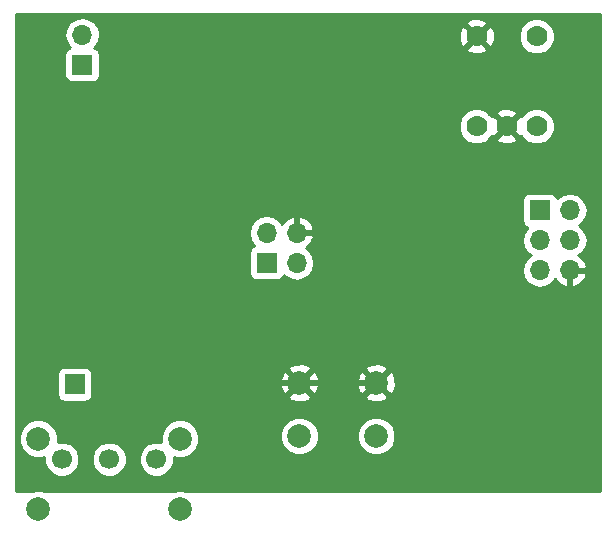
<source format=gbl>
G04 #@! TF.FileFunction,Copper,L2,Bot,Signal*
%FSLAX46Y46*%
G04 Gerber Fmt 4.6, Leading zero omitted, Abs format (unit mm)*
G04 Created by KiCad (PCBNEW 4.0.7) date 11/06/17 18:42:07*
%MOMM*%
%LPD*%
G01*
G04 APERTURE LIST*
%ADD10C,0.100000*%
%ADD11C,0.600000*%
%ADD12R,1.700000X1.700000*%
%ADD13O,1.700000X1.700000*%
%ADD14C,2.000000*%
%ADD15C,1.778000*%
%ADD16C,1.700000*%
%ADD17C,0.500000*%
%ADD18C,0.254000*%
G04 APERTURE END LIST*
D10*
D11*
X51181000Y-154432000D03*
X51181000Y-153035000D03*
X51181000Y-151511000D03*
D12*
X55626000Y-151384000D03*
D13*
X55626000Y-148844000D03*
X58166000Y-151384000D03*
X58166000Y-148844000D03*
D14*
X64897000Y-161544000D03*
X64897000Y-166044000D03*
X58397000Y-161544000D03*
X58397000Y-166044000D03*
D15*
X73406000Y-132207000D03*
X78486000Y-132207000D03*
X78486000Y-139827000D03*
X75946000Y-139827000D03*
X73406000Y-139827000D03*
D12*
X78740000Y-146939000D03*
D13*
X81280000Y-146939000D03*
X78740000Y-149479000D03*
X81280000Y-149479000D03*
X78740000Y-152019000D03*
X81280000Y-152019000D03*
D12*
X39370000Y-161671000D03*
D13*
X36830000Y-161671000D03*
D12*
X40005000Y-134620000D03*
D13*
X40005000Y-132080000D03*
D14*
X36291000Y-166271000D03*
X48291000Y-166271000D03*
X48291000Y-172271000D03*
X36291000Y-172271000D03*
D16*
X38291000Y-168021000D03*
X42291000Y-168021000D03*
X46291000Y-168021000D03*
D11*
X43053000Y-137414000D03*
X74074092Y-167860908D03*
X61275000Y-132273000D03*
X74930000Y-151638000D03*
X68707000Y-157988000D03*
X41783000Y-147447000D03*
D17*
X42501736Y-137287000D02*
X41783000Y-137287000D01*
X43053000Y-137414000D02*
X42628736Y-137414000D01*
X42628736Y-137414000D02*
X42501736Y-137287000D01*
X41783000Y-147447000D02*
X45847000Y-151511000D01*
X45847000Y-151511000D02*
X51181000Y-151511000D01*
X56982787Y-161544000D02*
X52197000Y-161544000D01*
X58397000Y-161544000D02*
X56982787Y-161544000D01*
X58397000Y-161544000D02*
X64897000Y-161544000D01*
D18*
G36*
X83820000Y-170688000D02*
X48742194Y-170688000D01*
X48617648Y-170636284D01*
X47967205Y-170635716D01*
X47840668Y-170688000D01*
X36742194Y-170688000D01*
X36617648Y-170636284D01*
X35967205Y-170635716D01*
X35840668Y-170688000D01*
X34417000Y-170688000D01*
X34417000Y-166594795D01*
X34655716Y-166594795D01*
X34904106Y-167195943D01*
X35363637Y-167656278D01*
X35964352Y-167905716D01*
X36614795Y-167906284D01*
X36806168Y-167827210D01*
X36805743Y-168315089D01*
X37031344Y-168861086D01*
X37448717Y-169279188D01*
X37994319Y-169505742D01*
X38585089Y-169506257D01*
X39131086Y-169280656D01*
X39549188Y-168863283D01*
X39775742Y-168317681D01*
X39775744Y-168315089D01*
X40805743Y-168315089D01*
X41031344Y-168861086D01*
X41448717Y-169279188D01*
X41994319Y-169505742D01*
X42585089Y-169506257D01*
X43131086Y-169280656D01*
X43549188Y-168863283D01*
X43775742Y-168317681D01*
X43775744Y-168315089D01*
X44805743Y-168315089D01*
X45031344Y-168861086D01*
X45448717Y-169279188D01*
X45994319Y-169505742D01*
X46585089Y-169506257D01*
X47131086Y-169280656D01*
X47549188Y-168863283D01*
X47775742Y-168317681D01*
X47776169Y-167827576D01*
X47964352Y-167905716D01*
X48614795Y-167906284D01*
X49215943Y-167657894D01*
X49676278Y-167198363D01*
X49925716Y-166597648D01*
X49925916Y-166367795D01*
X56761716Y-166367795D01*
X57010106Y-166968943D01*
X57469637Y-167429278D01*
X58070352Y-167678716D01*
X58720795Y-167679284D01*
X59321943Y-167430894D01*
X59782278Y-166971363D01*
X60031716Y-166370648D01*
X60031718Y-166367795D01*
X63261716Y-166367795D01*
X63510106Y-166968943D01*
X63969637Y-167429278D01*
X64570352Y-167678716D01*
X65220795Y-167679284D01*
X65821943Y-167430894D01*
X66282278Y-166971363D01*
X66531716Y-166370648D01*
X66532284Y-165720205D01*
X66283894Y-165119057D01*
X65824363Y-164658722D01*
X65223648Y-164409284D01*
X64573205Y-164408716D01*
X63972057Y-164657106D01*
X63511722Y-165116637D01*
X63262284Y-165717352D01*
X63261716Y-166367795D01*
X60031718Y-166367795D01*
X60032284Y-165720205D01*
X59783894Y-165119057D01*
X59324363Y-164658722D01*
X58723648Y-164409284D01*
X58073205Y-164408716D01*
X57472057Y-164657106D01*
X57011722Y-165116637D01*
X56762284Y-165717352D01*
X56761716Y-166367795D01*
X49925916Y-166367795D01*
X49926284Y-165947205D01*
X49677894Y-165346057D01*
X49218363Y-164885722D01*
X48617648Y-164636284D01*
X47967205Y-164635716D01*
X47366057Y-164884106D01*
X46905722Y-165343637D01*
X46656284Y-165944352D01*
X46655742Y-166564520D01*
X46587681Y-166536258D01*
X45996911Y-166535743D01*
X45450914Y-166761344D01*
X45032812Y-167178717D01*
X44806258Y-167724319D01*
X44805743Y-168315089D01*
X43775744Y-168315089D01*
X43776257Y-167726911D01*
X43550656Y-167180914D01*
X43133283Y-166762812D01*
X42587681Y-166536258D01*
X41996911Y-166535743D01*
X41450914Y-166761344D01*
X41032812Y-167178717D01*
X40806258Y-167724319D01*
X40805743Y-168315089D01*
X39775744Y-168315089D01*
X39776257Y-167726911D01*
X39550656Y-167180914D01*
X39133283Y-166762812D01*
X38587681Y-166536258D01*
X37996911Y-166535743D01*
X37925744Y-166565148D01*
X37926284Y-165947205D01*
X37677894Y-165346057D01*
X37218363Y-164885722D01*
X36617648Y-164636284D01*
X35967205Y-164635716D01*
X35366057Y-164884106D01*
X34905722Y-165343637D01*
X34656284Y-165944352D01*
X34655716Y-166594795D01*
X34417000Y-166594795D01*
X34417000Y-160821000D01*
X37872560Y-160821000D01*
X37872560Y-162521000D01*
X37916838Y-162756317D01*
X38055910Y-162972441D01*
X38268110Y-163117431D01*
X38520000Y-163168440D01*
X40220000Y-163168440D01*
X40455317Y-163124162D01*
X40671441Y-162985090D01*
X40816431Y-162772890D01*
X40831893Y-162696532D01*
X57424073Y-162696532D01*
X57522736Y-162963387D01*
X58132461Y-163189908D01*
X58782460Y-163165856D01*
X59271264Y-162963387D01*
X59369927Y-162696532D01*
X63924073Y-162696532D01*
X64022736Y-162963387D01*
X64632461Y-163189908D01*
X65282460Y-163165856D01*
X65771264Y-162963387D01*
X65869927Y-162696532D01*
X64897000Y-161723605D01*
X63924073Y-162696532D01*
X59369927Y-162696532D01*
X58397000Y-161723605D01*
X57424073Y-162696532D01*
X40831893Y-162696532D01*
X40867440Y-162521000D01*
X40867440Y-161279461D01*
X56751092Y-161279461D01*
X56775144Y-161929460D01*
X56977613Y-162418264D01*
X57244468Y-162516927D01*
X58217395Y-161544000D01*
X58576605Y-161544000D01*
X59549532Y-162516927D01*
X59816387Y-162418264D01*
X60042908Y-161808539D01*
X60023331Y-161279461D01*
X63251092Y-161279461D01*
X63275144Y-161929460D01*
X63477613Y-162418264D01*
X63744468Y-162516927D01*
X64717395Y-161544000D01*
X65076605Y-161544000D01*
X66049532Y-162516927D01*
X66316387Y-162418264D01*
X66542908Y-161808539D01*
X66518856Y-161158540D01*
X66316387Y-160669736D01*
X66049532Y-160571073D01*
X65076605Y-161544000D01*
X64717395Y-161544000D01*
X63744468Y-160571073D01*
X63477613Y-160669736D01*
X63251092Y-161279461D01*
X60023331Y-161279461D01*
X60018856Y-161158540D01*
X59816387Y-160669736D01*
X59549532Y-160571073D01*
X58576605Y-161544000D01*
X58217395Y-161544000D01*
X57244468Y-160571073D01*
X56977613Y-160669736D01*
X56751092Y-161279461D01*
X40867440Y-161279461D01*
X40867440Y-160821000D01*
X40823162Y-160585683D01*
X40698189Y-160391468D01*
X57424073Y-160391468D01*
X58397000Y-161364395D01*
X59369927Y-160391468D01*
X63924073Y-160391468D01*
X64897000Y-161364395D01*
X65869927Y-160391468D01*
X65771264Y-160124613D01*
X65161539Y-159898092D01*
X64511540Y-159922144D01*
X64022736Y-160124613D01*
X63924073Y-160391468D01*
X59369927Y-160391468D01*
X59271264Y-160124613D01*
X58661539Y-159898092D01*
X58011540Y-159922144D01*
X57522736Y-160124613D01*
X57424073Y-160391468D01*
X40698189Y-160391468D01*
X40684090Y-160369559D01*
X40471890Y-160224569D01*
X40220000Y-160173560D01*
X38520000Y-160173560D01*
X38284683Y-160217838D01*
X38068559Y-160356910D01*
X37923569Y-160569110D01*
X37872560Y-160821000D01*
X34417000Y-160821000D01*
X34417000Y-150534000D01*
X54128560Y-150534000D01*
X54128560Y-152234000D01*
X54172838Y-152469317D01*
X54311910Y-152685441D01*
X54524110Y-152830431D01*
X54776000Y-152881440D01*
X56476000Y-152881440D01*
X56711317Y-152837162D01*
X56927441Y-152698090D01*
X57072431Y-152485890D01*
X57086086Y-152418459D01*
X57115946Y-152463147D01*
X57597715Y-152785054D01*
X58166000Y-152898093D01*
X58734285Y-152785054D01*
X59216054Y-152463147D01*
X59537961Y-151981378D01*
X59651000Y-151413093D01*
X59651000Y-151354907D01*
X59537961Y-150786622D01*
X59216054Y-150304853D01*
X58932899Y-150115655D01*
X58932924Y-150115645D01*
X59361183Y-149725358D01*
X59476879Y-149479000D01*
X77225907Y-149479000D01*
X77338946Y-150047285D01*
X77660853Y-150529054D01*
X77990026Y-150749000D01*
X77660853Y-150968946D01*
X77338946Y-151450715D01*
X77225907Y-152019000D01*
X77338946Y-152587285D01*
X77660853Y-153069054D01*
X78142622Y-153390961D01*
X78710907Y-153504000D01*
X78769093Y-153504000D01*
X79337378Y-153390961D01*
X79819147Y-153069054D01*
X80008345Y-152785899D01*
X80008355Y-152785924D01*
X80398642Y-153214183D01*
X80923108Y-153460486D01*
X81153000Y-153339819D01*
X81153000Y-152146000D01*
X81407000Y-152146000D01*
X81407000Y-153339819D01*
X81636892Y-153460486D01*
X82161358Y-153214183D01*
X82551645Y-152785924D01*
X82721476Y-152375890D01*
X82600155Y-152146000D01*
X81407000Y-152146000D01*
X81153000Y-152146000D01*
X81133000Y-152146000D01*
X81133000Y-151892000D01*
X81153000Y-151892000D01*
X81153000Y-151872000D01*
X81407000Y-151872000D01*
X81407000Y-151892000D01*
X82600155Y-151892000D01*
X82721476Y-151662110D01*
X82551645Y-151252076D01*
X82161358Y-150823817D01*
X82018447Y-150756702D01*
X82359147Y-150529054D01*
X82681054Y-150047285D01*
X82794093Y-149479000D01*
X82681054Y-148910715D01*
X82359147Y-148428946D01*
X82029974Y-148209000D01*
X82359147Y-147989054D01*
X82681054Y-147507285D01*
X82794093Y-146939000D01*
X82681054Y-146370715D01*
X82359147Y-145888946D01*
X81877378Y-145567039D01*
X81309093Y-145454000D01*
X81250907Y-145454000D01*
X80682622Y-145567039D01*
X80200853Y-145888946D01*
X80200029Y-145890179D01*
X80193162Y-145853683D01*
X80054090Y-145637559D01*
X79841890Y-145492569D01*
X79590000Y-145441560D01*
X77890000Y-145441560D01*
X77654683Y-145485838D01*
X77438559Y-145624910D01*
X77293569Y-145837110D01*
X77242560Y-146089000D01*
X77242560Y-147789000D01*
X77286838Y-148024317D01*
X77425910Y-148240441D01*
X77638110Y-148385431D01*
X77705541Y-148399086D01*
X77660853Y-148428946D01*
X77338946Y-148910715D01*
X77225907Y-149479000D01*
X59476879Y-149479000D01*
X59607486Y-149200892D01*
X59486819Y-148971000D01*
X58293000Y-148971000D01*
X58293000Y-148991000D01*
X58039000Y-148991000D01*
X58039000Y-148971000D01*
X58019000Y-148971000D01*
X58019000Y-148717000D01*
X58039000Y-148717000D01*
X58039000Y-147523845D01*
X58293000Y-147523845D01*
X58293000Y-148717000D01*
X59486819Y-148717000D01*
X59607486Y-148487108D01*
X59361183Y-147962642D01*
X58932924Y-147572355D01*
X58522890Y-147402524D01*
X58293000Y-147523845D01*
X58039000Y-147523845D01*
X57809110Y-147402524D01*
X57399076Y-147572355D01*
X56970817Y-147962642D01*
X56903702Y-148105553D01*
X56676054Y-147764853D01*
X56194285Y-147442946D01*
X55626000Y-147329907D01*
X55057715Y-147442946D01*
X54575946Y-147764853D01*
X54254039Y-148246622D01*
X54141000Y-148814907D01*
X54141000Y-148873093D01*
X54254039Y-149441378D01*
X54575946Y-149923147D01*
X54577179Y-149923971D01*
X54540683Y-149930838D01*
X54324559Y-150069910D01*
X54179569Y-150282110D01*
X54128560Y-150534000D01*
X34417000Y-150534000D01*
X34417000Y-140128812D01*
X71881736Y-140128812D01*
X72113262Y-140689149D01*
X72541596Y-141118231D01*
X73101528Y-141350735D01*
X73707812Y-141351264D01*
X74268149Y-141119738D01*
X74489076Y-140899196D01*
X75053409Y-140899196D01*
X75138467Y-141154539D01*
X75707965Y-141362516D01*
X76313700Y-141336723D01*
X76753533Y-141154539D01*
X76838591Y-140899196D01*
X75946000Y-140006605D01*
X75053409Y-140899196D01*
X74489076Y-140899196D01*
X74697231Y-140691404D01*
X74708405Y-140664494D01*
X74873804Y-140719591D01*
X75766395Y-139827000D01*
X76125605Y-139827000D01*
X77018196Y-140719591D01*
X77183138Y-140664647D01*
X77193262Y-140689149D01*
X77621596Y-141118231D01*
X78181528Y-141350735D01*
X78787812Y-141351264D01*
X79348149Y-141119738D01*
X79777231Y-140691404D01*
X80009735Y-140131472D01*
X80010264Y-139525188D01*
X79778738Y-138964851D01*
X79350404Y-138535769D01*
X78790472Y-138303265D01*
X78184188Y-138302736D01*
X77623851Y-138534262D01*
X77194769Y-138962596D01*
X77183595Y-138989506D01*
X77018196Y-138934409D01*
X76125605Y-139827000D01*
X75766395Y-139827000D01*
X74873804Y-138934409D01*
X74708862Y-138989353D01*
X74698738Y-138964851D01*
X74489058Y-138754804D01*
X75053409Y-138754804D01*
X75946000Y-139647395D01*
X76838591Y-138754804D01*
X76753533Y-138499461D01*
X76184035Y-138291484D01*
X75578300Y-138317277D01*
X75138467Y-138499461D01*
X75053409Y-138754804D01*
X74489058Y-138754804D01*
X74270404Y-138535769D01*
X73710472Y-138303265D01*
X73104188Y-138302736D01*
X72543851Y-138534262D01*
X72114769Y-138962596D01*
X71882265Y-139522528D01*
X71881736Y-140128812D01*
X34417000Y-140128812D01*
X34417000Y-132080000D01*
X38490907Y-132080000D01*
X38603946Y-132648285D01*
X38925853Y-133130054D01*
X38967452Y-133157850D01*
X38919683Y-133166838D01*
X38703559Y-133305910D01*
X38558569Y-133518110D01*
X38507560Y-133770000D01*
X38507560Y-135470000D01*
X38551838Y-135705317D01*
X38690910Y-135921441D01*
X38903110Y-136066431D01*
X39155000Y-136117440D01*
X40855000Y-136117440D01*
X41090317Y-136073162D01*
X41306441Y-135934090D01*
X41451431Y-135721890D01*
X41502440Y-135470000D01*
X41502440Y-133770000D01*
X41458162Y-133534683D01*
X41319090Y-133318559D01*
X41261481Y-133279196D01*
X72513409Y-133279196D01*
X72598467Y-133534539D01*
X73167965Y-133742516D01*
X73773700Y-133716723D01*
X74213533Y-133534539D01*
X74298591Y-133279196D01*
X73406000Y-132386605D01*
X72513409Y-133279196D01*
X41261481Y-133279196D01*
X41106890Y-133173569D01*
X41039459Y-133159914D01*
X41084147Y-133130054D01*
X41406054Y-132648285D01*
X41519093Y-132080000D01*
X41497007Y-131968965D01*
X71870484Y-131968965D01*
X71896277Y-132574700D01*
X72078461Y-133014533D01*
X72333804Y-133099591D01*
X73226395Y-132207000D01*
X73585605Y-132207000D01*
X74478196Y-133099591D01*
X74733539Y-133014533D01*
X74918225Y-132508812D01*
X76961736Y-132508812D01*
X77193262Y-133069149D01*
X77621596Y-133498231D01*
X78181528Y-133730735D01*
X78787812Y-133731264D01*
X79348149Y-133499738D01*
X79777231Y-133071404D01*
X80009735Y-132511472D01*
X80010264Y-131905188D01*
X79778738Y-131344851D01*
X79350404Y-130915769D01*
X78790472Y-130683265D01*
X78184188Y-130682736D01*
X77623851Y-130914262D01*
X77194769Y-131342596D01*
X76962265Y-131902528D01*
X76961736Y-132508812D01*
X74918225Y-132508812D01*
X74941516Y-132445035D01*
X74915723Y-131839300D01*
X74733539Y-131399467D01*
X74478196Y-131314409D01*
X73585605Y-132207000D01*
X73226395Y-132207000D01*
X72333804Y-131314409D01*
X72078461Y-131399467D01*
X71870484Y-131968965D01*
X41497007Y-131968965D01*
X41406054Y-131511715D01*
X41154211Y-131134804D01*
X72513409Y-131134804D01*
X73406000Y-132027395D01*
X74298591Y-131134804D01*
X74213533Y-130879461D01*
X73644035Y-130671484D01*
X73038300Y-130697277D01*
X72598467Y-130879461D01*
X72513409Y-131134804D01*
X41154211Y-131134804D01*
X41084147Y-131029946D01*
X40602378Y-130708039D01*
X40034093Y-130595000D01*
X39975907Y-130595000D01*
X39407622Y-130708039D01*
X38925853Y-131029946D01*
X38603946Y-131511715D01*
X38490907Y-132080000D01*
X34417000Y-132080000D01*
X34417000Y-130302000D01*
X83820000Y-130302000D01*
X83820000Y-170688000D01*
X83820000Y-170688000D01*
G37*
X83820000Y-170688000D02*
X48742194Y-170688000D01*
X48617648Y-170636284D01*
X47967205Y-170635716D01*
X47840668Y-170688000D01*
X36742194Y-170688000D01*
X36617648Y-170636284D01*
X35967205Y-170635716D01*
X35840668Y-170688000D01*
X34417000Y-170688000D01*
X34417000Y-166594795D01*
X34655716Y-166594795D01*
X34904106Y-167195943D01*
X35363637Y-167656278D01*
X35964352Y-167905716D01*
X36614795Y-167906284D01*
X36806168Y-167827210D01*
X36805743Y-168315089D01*
X37031344Y-168861086D01*
X37448717Y-169279188D01*
X37994319Y-169505742D01*
X38585089Y-169506257D01*
X39131086Y-169280656D01*
X39549188Y-168863283D01*
X39775742Y-168317681D01*
X39775744Y-168315089D01*
X40805743Y-168315089D01*
X41031344Y-168861086D01*
X41448717Y-169279188D01*
X41994319Y-169505742D01*
X42585089Y-169506257D01*
X43131086Y-169280656D01*
X43549188Y-168863283D01*
X43775742Y-168317681D01*
X43775744Y-168315089D01*
X44805743Y-168315089D01*
X45031344Y-168861086D01*
X45448717Y-169279188D01*
X45994319Y-169505742D01*
X46585089Y-169506257D01*
X47131086Y-169280656D01*
X47549188Y-168863283D01*
X47775742Y-168317681D01*
X47776169Y-167827576D01*
X47964352Y-167905716D01*
X48614795Y-167906284D01*
X49215943Y-167657894D01*
X49676278Y-167198363D01*
X49925716Y-166597648D01*
X49925916Y-166367795D01*
X56761716Y-166367795D01*
X57010106Y-166968943D01*
X57469637Y-167429278D01*
X58070352Y-167678716D01*
X58720795Y-167679284D01*
X59321943Y-167430894D01*
X59782278Y-166971363D01*
X60031716Y-166370648D01*
X60031718Y-166367795D01*
X63261716Y-166367795D01*
X63510106Y-166968943D01*
X63969637Y-167429278D01*
X64570352Y-167678716D01*
X65220795Y-167679284D01*
X65821943Y-167430894D01*
X66282278Y-166971363D01*
X66531716Y-166370648D01*
X66532284Y-165720205D01*
X66283894Y-165119057D01*
X65824363Y-164658722D01*
X65223648Y-164409284D01*
X64573205Y-164408716D01*
X63972057Y-164657106D01*
X63511722Y-165116637D01*
X63262284Y-165717352D01*
X63261716Y-166367795D01*
X60031718Y-166367795D01*
X60032284Y-165720205D01*
X59783894Y-165119057D01*
X59324363Y-164658722D01*
X58723648Y-164409284D01*
X58073205Y-164408716D01*
X57472057Y-164657106D01*
X57011722Y-165116637D01*
X56762284Y-165717352D01*
X56761716Y-166367795D01*
X49925916Y-166367795D01*
X49926284Y-165947205D01*
X49677894Y-165346057D01*
X49218363Y-164885722D01*
X48617648Y-164636284D01*
X47967205Y-164635716D01*
X47366057Y-164884106D01*
X46905722Y-165343637D01*
X46656284Y-165944352D01*
X46655742Y-166564520D01*
X46587681Y-166536258D01*
X45996911Y-166535743D01*
X45450914Y-166761344D01*
X45032812Y-167178717D01*
X44806258Y-167724319D01*
X44805743Y-168315089D01*
X43775744Y-168315089D01*
X43776257Y-167726911D01*
X43550656Y-167180914D01*
X43133283Y-166762812D01*
X42587681Y-166536258D01*
X41996911Y-166535743D01*
X41450914Y-166761344D01*
X41032812Y-167178717D01*
X40806258Y-167724319D01*
X40805743Y-168315089D01*
X39775744Y-168315089D01*
X39776257Y-167726911D01*
X39550656Y-167180914D01*
X39133283Y-166762812D01*
X38587681Y-166536258D01*
X37996911Y-166535743D01*
X37925744Y-166565148D01*
X37926284Y-165947205D01*
X37677894Y-165346057D01*
X37218363Y-164885722D01*
X36617648Y-164636284D01*
X35967205Y-164635716D01*
X35366057Y-164884106D01*
X34905722Y-165343637D01*
X34656284Y-165944352D01*
X34655716Y-166594795D01*
X34417000Y-166594795D01*
X34417000Y-160821000D01*
X37872560Y-160821000D01*
X37872560Y-162521000D01*
X37916838Y-162756317D01*
X38055910Y-162972441D01*
X38268110Y-163117431D01*
X38520000Y-163168440D01*
X40220000Y-163168440D01*
X40455317Y-163124162D01*
X40671441Y-162985090D01*
X40816431Y-162772890D01*
X40831893Y-162696532D01*
X57424073Y-162696532D01*
X57522736Y-162963387D01*
X58132461Y-163189908D01*
X58782460Y-163165856D01*
X59271264Y-162963387D01*
X59369927Y-162696532D01*
X63924073Y-162696532D01*
X64022736Y-162963387D01*
X64632461Y-163189908D01*
X65282460Y-163165856D01*
X65771264Y-162963387D01*
X65869927Y-162696532D01*
X64897000Y-161723605D01*
X63924073Y-162696532D01*
X59369927Y-162696532D01*
X58397000Y-161723605D01*
X57424073Y-162696532D01*
X40831893Y-162696532D01*
X40867440Y-162521000D01*
X40867440Y-161279461D01*
X56751092Y-161279461D01*
X56775144Y-161929460D01*
X56977613Y-162418264D01*
X57244468Y-162516927D01*
X58217395Y-161544000D01*
X58576605Y-161544000D01*
X59549532Y-162516927D01*
X59816387Y-162418264D01*
X60042908Y-161808539D01*
X60023331Y-161279461D01*
X63251092Y-161279461D01*
X63275144Y-161929460D01*
X63477613Y-162418264D01*
X63744468Y-162516927D01*
X64717395Y-161544000D01*
X65076605Y-161544000D01*
X66049532Y-162516927D01*
X66316387Y-162418264D01*
X66542908Y-161808539D01*
X66518856Y-161158540D01*
X66316387Y-160669736D01*
X66049532Y-160571073D01*
X65076605Y-161544000D01*
X64717395Y-161544000D01*
X63744468Y-160571073D01*
X63477613Y-160669736D01*
X63251092Y-161279461D01*
X60023331Y-161279461D01*
X60018856Y-161158540D01*
X59816387Y-160669736D01*
X59549532Y-160571073D01*
X58576605Y-161544000D01*
X58217395Y-161544000D01*
X57244468Y-160571073D01*
X56977613Y-160669736D01*
X56751092Y-161279461D01*
X40867440Y-161279461D01*
X40867440Y-160821000D01*
X40823162Y-160585683D01*
X40698189Y-160391468D01*
X57424073Y-160391468D01*
X58397000Y-161364395D01*
X59369927Y-160391468D01*
X63924073Y-160391468D01*
X64897000Y-161364395D01*
X65869927Y-160391468D01*
X65771264Y-160124613D01*
X65161539Y-159898092D01*
X64511540Y-159922144D01*
X64022736Y-160124613D01*
X63924073Y-160391468D01*
X59369927Y-160391468D01*
X59271264Y-160124613D01*
X58661539Y-159898092D01*
X58011540Y-159922144D01*
X57522736Y-160124613D01*
X57424073Y-160391468D01*
X40698189Y-160391468D01*
X40684090Y-160369559D01*
X40471890Y-160224569D01*
X40220000Y-160173560D01*
X38520000Y-160173560D01*
X38284683Y-160217838D01*
X38068559Y-160356910D01*
X37923569Y-160569110D01*
X37872560Y-160821000D01*
X34417000Y-160821000D01*
X34417000Y-150534000D01*
X54128560Y-150534000D01*
X54128560Y-152234000D01*
X54172838Y-152469317D01*
X54311910Y-152685441D01*
X54524110Y-152830431D01*
X54776000Y-152881440D01*
X56476000Y-152881440D01*
X56711317Y-152837162D01*
X56927441Y-152698090D01*
X57072431Y-152485890D01*
X57086086Y-152418459D01*
X57115946Y-152463147D01*
X57597715Y-152785054D01*
X58166000Y-152898093D01*
X58734285Y-152785054D01*
X59216054Y-152463147D01*
X59537961Y-151981378D01*
X59651000Y-151413093D01*
X59651000Y-151354907D01*
X59537961Y-150786622D01*
X59216054Y-150304853D01*
X58932899Y-150115655D01*
X58932924Y-150115645D01*
X59361183Y-149725358D01*
X59476879Y-149479000D01*
X77225907Y-149479000D01*
X77338946Y-150047285D01*
X77660853Y-150529054D01*
X77990026Y-150749000D01*
X77660853Y-150968946D01*
X77338946Y-151450715D01*
X77225907Y-152019000D01*
X77338946Y-152587285D01*
X77660853Y-153069054D01*
X78142622Y-153390961D01*
X78710907Y-153504000D01*
X78769093Y-153504000D01*
X79337378Y-153390961D01*
X79819147Y-153069054D01*
X80008345Y-152785899D01*
X80008355Y-152785924D01*
X80398642Y-153214183D01*
X80923108Y-153460486D01*
X81153000Y-153339819D01*
X81153000Y-152146000D01*
X81407000Y-152146000D01*
X81407000Y-153339819D01*
X81636892Y-153460486D01*
X82161358Y-153214183D01*
X82551645Y-152785924D01*
X82721476Y-152375890D01*
X82600155Y-152146000D01*
X81407000Y-152146000D01*
X81153000Y-152146000D01*
X81133000Y-152146000D01*
X81133000Y-151892000D01*
X81153000Y-151892000D01*
X81153000Y-151872000D01*
X81407000Y-151872000D01*
X81407000Y-151892000D01*
X82600155Y-151892000D01*
X82721476Y-151662110D01*
X82551645Y-151252076D01*
X82161358Y-150823817D01*
X82018447Y-150756702D01*
X82359147Y-150529054D01*
X82681054Y-150047285D01*
X82794093Y-149479000D01*
X82681054Y-148910715D01*
X82359147Y-148428946D01*
X82029974Y-148209000D01*
X82359147Y-147989054D01*
X82681054Y-147507285D01*
X82794093Y-146939000D01*
X82681054Y-146370715D01*
X82359147Y-145888946D01*
X81877378Y-145567039D01*
X81309093Y-145454000D01*
X81250907Y-145454000D01*
X80682622Y-145567039D01*
X80200853Y-145888946D01*
X80200029Y-145890179D01*
X80193162Y-145853683D01*
X80054090Y-145637559D01*
X79841890Y-145492569D01*
X79590000Y-145441560D01*
X77890000Y-145441560D01*
X77654683Y-145485838D01*
X77438559Y-145624910D01*
X77293569Y-145837110D01*
X77242560Y-146089000D01*
X77242560Y-147789000D01*
X77286838Y-148024317D01*
X77425910Y-148240441D01*
X77638110Y-148385431D01*
X77705541Y-148399086D01*
X77660853Y-148428946D01*
X77338946Y-148910715D01*
X77225907Y-149479000D01*
X59476879Y-149479000D01*
X59607486Y-149200892D01*
X59486819Y-148971000D01*
X58293000Y-148971000D01*
X58293000Y-148991000D01*
X58039000Y-148991000D01*
X58039000Y-148971000D01*
X58019000Y-148971000D01*
X58019000Y-148717000D01*
X58039000Y-148717000D01*
X58039000Y-147523845D01*
X58293000Y-147523845D01*
X58293000Y-148717000D01*
X59486819Y-148717000D01*
X59607486Y-148487108D01*
X59361183Y-147962642D01*
X58932924Y-147572355D01*
X58522890Y-147402524D01*
X58293000Y-147523845D01*
X58039000Y-147523845D01*
X57809110Y-147402524D01*
X57399076Y-147572355D01*
X56970817Y-147962642D01*
X56903702Y-148105553D01*
X56676054Y-147764853D01*
X56194285Y-147442946D01*
X55626000Y-147329907D01*
X55057715Y-147442946D01*
X54575946Y-147764853D01*
X54254039Y-148246622D01*
X54141000Y-148814907D01*
X54141000Y-148873093D01*
X54254039Y-149441378D01*
X54575946Y-149923147D01*
X54577179Y-149923971D01*
X54540683Y-149930838D01*
X54324559Y-150069910D01*
X54179569Y-150282110D01*
X54128560Y-150534000D01*
X34417000Y-150534000D01*
X34417000Y-140128812D01*
X71881736Y-140128812D01*
X72113262Y-140689149D01*
X72541596Y-141118231D01*
X73101528Y-141350735D01*
X73707812Y-141351264D01*
X74268149Y-141119738D01*
X74489076Y-140899196D01*
X75053409Y-140899196D01*
X75138467Y-141154539D01*
X75707965Y-141362516D01*
X76313700Y-141336723D01*
X76753533Y-141154539D01*
X76838591Y-140899196D01*
X75946000Y-140006605D01*
X75053409Y-140899196D01*
X74489076Y-140899196D01*
X74697231Y-140691404D01*
X74708405Y-140664494D01*
X74873804Y-140719591D01*
X75766395Y-139827000D01*
X76125605Y-139827000D01*
X77018196Y-140719591D01*
X77183138Y-140664647D01*
X77193262Y-140689149D01*
X77621596Y-141118231D01*
X78181528Y-141350735D01*
X78787812Y-141351264D01*
X79348149Y-141119738D01*
X79777231Y-140691404D01*
X80009735Y-140131472D01*
X80010264Y-139525188D01*
X79778738Y-138964851D01*
X79350404Y-138535769D01*
X78790472Y-138303265D01*
X78184188Y-138302736D01*
X77623851Y-138534262D01*
X77194769Y-138962596D01*
X77183595Y-138989506D01*
X77018196Y-138934409D01*
X76125605Y-139827000D01*
X75766395Y-139827000D01*
X74873804Y-138934409D01*
X74708862Y-138989353D01*
X74698738Y-138964851D01*
X74489058Y-138754804D01*
X75053409Y-138754804D01*
X75946000Y-139647395D01*
X76838591Y-138754804D01*
X76753533Y-138499461D01*
X76184035Y-138291484D01*
X75578300Y-138317277D01*
X75138467Y-138499461D01*
X75053409Y-138754804D01*
X74489058Y-138754804D01*
X74270404Y-138535769D01*
X73710472Y-138303265D01*
X73104188Y-138302736D01*
X72543851Y-138534262D01*
X72114769Y-138962596D01*
X71882265Y-139522528D01*
X71881736Y-140128812D01*
X34417000Y-140128812D01*
X34417000Y-132080000D01*
X38490907Y-132080000D01*
X38603946Y-132648285D01*
X38925853Y-133130054D01*
X38967452Y-133157850D01*
X38919683Y-133166838D01*
X38703559Y-133305910D01*
X38558569Y-133518110D01*
X38507560Y-133770000D01*
X38507560Y-135470000D01*
X38551838Y-135705317D01*
X38690910Y-135921441D01*
X38903110Y-136066431D01*
X39155000Y-136117440D01*
X40855000Y-136117440D01*
X41090317Y-136073162D01*
X41306441Y-135934090D01*
X41451431Y-135721890D01*
X41502440Y-135470000D01*
X41502440Y-133770000D01*
X41458162Y-133534683D01*
X41319090Y-133318559D01*
X41261481Y-133279196D01*
X72513409Y-133279196D01*
X72598467Y-133534539D01*
X73167965Y-133742516D01*
X73773700Y-133716723D01*
X74213533Y-133534539D01*
X74298591Y-133279196D01*
X73406000Y-132386605D01*
X72513409Y-133279196D01*
X41261481Y-133279196D01*
X41106890Y-133173569D01*
X41039459Y-133159914D01*
X41084147Y-133130054D01*
X41406054Y-132648285D01*
X41519093Y-132080000D01*
X41497007Y-131968965D01*
X71870484Y-131968965D01*
X71896277Y-132574700D01*
X72078461Y-133014533D01*
X72333804Y-133099591D01*
X73226395Y-132207000D01*
X73585605Y-132207000D01*
X74478196Y-133099591D01*
X74733539Y-133014533D01*
X74918225Y-132508812D01*
X76961736Y-132508812D01*
X77193262Y-133069149D01*
X77621596Y-133498231D01*
X78181528Y-133730735D01*
X78787812Y-133731264D01*
X79348149Y-133499738D01*
X79777231Y-133071404D01*
X80009735Y-132511472D01*
X80010264Y-131905188D01*
X79778738Y-131344851D01*
X79350404Y-130915769D01*
X78790472Y-130683265D01*
X78184188Y-130682736D01*
X77623851Y-130914262D01*
X77194769Y-131342596D01*
X76962265Y-131902528D01*
X76961736Y-132508812D01*
X74918225Y-132508812D01*
X74941516Y-132445035D01*
X74915723Y-131839300D01*
X74733539Y-131399467D01*
X74478196Y-131314409D01*
X73585605Y-132207000D01*
X73226395Y-132207000D01*
X72333804Y-131314409D01*
X72078461Y-131399467D01*
X71870484Y-131968965D01*
X41497007Y-131968965D01*
X41406054Y-131511715D01*
X41154211Y-131134804D01*
X72513409Y-131134804D01*
X73406000Y-132027395D01*
X74298591Y-131134804D01*
X74213533Y-130879461D01*
X73644035Y-130671484D01*
X73038300Y-130697277D01*
X72598467Y-130879461D01*
X72513409Y-131134804D01*
X41154211Y-131134804D01*
X41084147Y-131029946D01*
X40602378Y-130708039D01*
X40034093Y-130595000D01*
X39975907Y-130595000D01*
X39407622Y-130708039D01*
X38925853Y-131029946D01*
X38603946Y-131511715D01*
X38490907Y-132080000D01*
X34417000Y-132080000D01*
X34417000Y-130302000D01*
X83820000Y-130302000D01*
X83820000Y-170688000D01*
M02*

</source>
